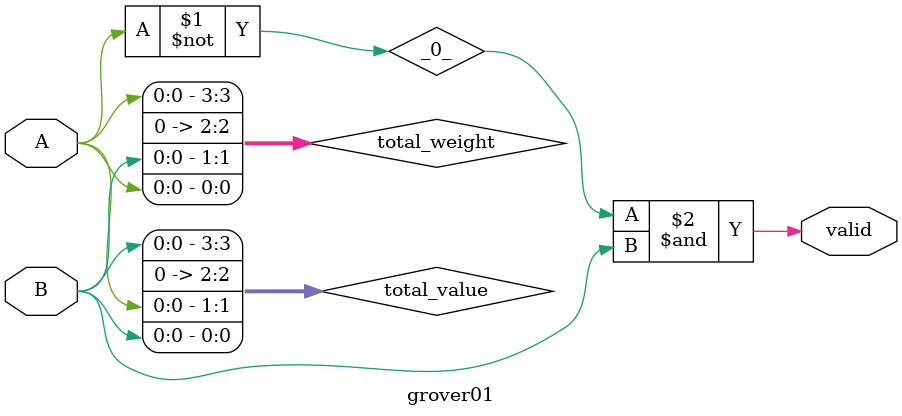
<source format=v>
/* Generated by Yosys 0.7 (git sha1 61f6811, gcc 5.4.0-6ubuntu1~16.04.4 -O2 -fstack-protector-strong -fPIC -Os) */

(* top =  1  *)
(* src = "grover01.v:2" *)
module grover01(A, B, valid);
  wire _0_;
  (* src = "grover01.v:3" *)
  input A;
  (* src = "grover01.v:3" *)
  input B;
  (* src = "grover01.v:9" *)
  wire [3:0] total_value;
  (* src = "grover01.v:13" *)
  wire [3:0] total_weight;
  (* src = "grover01.v:4" *)
  output valid;
  assign _0_ = ~A;
  assign valid = _0_ & B;
  assign total_value = { B, 1'b0, A, B };
  assign total_weight = { A, 1'b0, B, A };
endmodule

</source>
